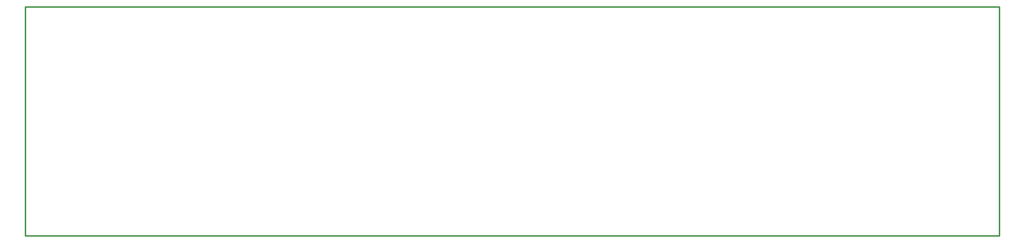
<source format=gbr>
G04 start of page 8 for group 6 idx 6 *
G04 Title: (unknown), outline *
G04 Creator: pcb 20140316 *
G04 CreationDate: чт, 19-тра-2016 10:05:25 +0000 UTC *
G04 For: root *
G04 Format: Gerber/RS-274X *
G04 PCB-Dimensions (mm): 170.00 40.05 *
G04 PCB-Coordinate-Origin: lower left *
%MOMM*%
%FSLAX43Y43*%
%LNOUTLINE*%
%ADD39C,0.254*%
G54D39*X0Y40048D02*Y0D01*
Y40048D02*X170000D01*
X0Y0D02*X170000D01*
Y40048D02*Y0D01*
M02*

</source>
